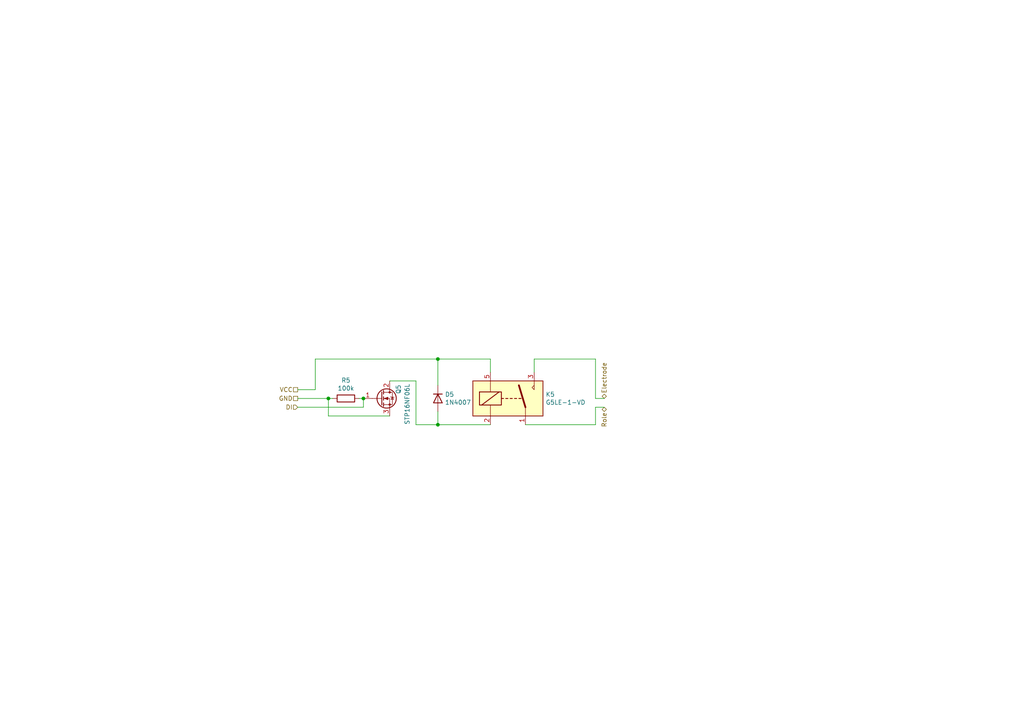
<source format=kicad_sch>
(kicad_sch (version 20211123) (generator eeschema)
  (paper "A4")
  (lib_symbols
    (symbol "Device:R" (pin_numbers hide) (pin_names (offset 0))
      (property "Reference" "R" (at 2.032 0 90))
      (property "Value" "R" (at 0 0 90))
      (symbol "R_0_1"
        (rectangle (start -1.016 -2.54) (end 1.016 2.54) (stroke (width 0.254)))
      )
      (symbol "R_1_1"
        (pin passive line (at 0 3.81 270) (length 1.27) (name "~") (number "1"))
        (pin passive line (at 0 -3.81 90) (length 1.27) (name "~") (number "2"))
      )
    )
    (symbol "Diode:1N4007" (pin_numbers hide) (pin_names (offset 1.016) hide)
      (property "Reference" "D" (at 0 2.54 0))
      (property "Value" "1N4007" (at 0 -2.54 0))
      (symbol "1N4007_0_1"
        (polyline (pts (xy -1.27 1.27) (xy -1.27 -1.27)) (stroke (width 0.254)))
        (polyline (pts (xy 1.27 0) (xy -1.27 0)))
        (polyline (pts (xy 1.27 1.27) (xy 1.27 -1.27) (xy -1.27 0) (xy 1.27 1.27)) (stroke (width 0.254)))
      )
      (symbol "1N4007_1_1"
        (pin passive line (at -3.81 0 0) (length 2.54) (name "K") (number "1"))
        (pin passive line (at 3.81 0 180) (length 2.54) (name "A") (number "2"))
      )
    )
    (symbol "relay_card_single:G5LE-1-VD"
      (property "Reference" "K14" (at 10.922 1.1684 0))
      (property "Value" "G5LE-1-VD" (at 10.922 -1.143 0))
      (symbol "G5LE-1-VD_0_0"
        (polyline (pts (xy 7.62 5.08) (xy 7.62 2.54) (xy 6.985 3.175) (xy 7.62 3.81)))
      )
      (symbol "G5LE-1-VD_0_1"
        (rectangle (start -10.16 5.08) (end 10.16 -5.08) (stroke (width 0.254)) (fill (type background)))
        (rectangle (start -8.255 1.905) (end -1.905 -1.905) (stroke (width 0.254)))
        (polyline (pts (xy -7.62 -1.905) (xy -2.54 1.905)) (stroke (width 0.254)))
        (polyline (pts (xy -5.08 -5.08) (xy -5.08 -1.905)))
        (polyline (pts (xy -5.08 5.08) (xy -5.08 1.905)))
        (polyline (pts (xy -1.905 0) (xy -1.27 0)) (stroke (width 0.254)))
        (polyline (pts (xy -0.635 0) (xy 0 0)) (stroke (width 0.254)))
        (polyline (pts (xy 0.635 0) (xy 1.27 0)) (stroke (width 0.254)))
        (polyline (pts (xy 1.905 0) (xy 2.54 0)) (stroke (width 0.254)))
        (polyline (pts (xy 3.175 0) (xy 3.81 0)) (stroke (width 0.254)))
        (polyline (pts (xy 5.08 -2.54) (xy 3.175 3.81)) (stroke (width 0.508)))
        (polyline (pts (xy 5.08 -2.54) (xy 5.08 -5.08)))
      )
      (symbol "G5LE-1-VD_1_1"
        (pin passive line (at 5.08 -7.62 90) (length 2.54) (name "~") (number "1"))
        (pin passive line (at -5.08 -7.62 90) (length 2.54) (name "~") (number "2"))
        (pin passive line (at 7.62 7.62 270) (length 2.54) (name "~") (number "3"))
        (pin passive line (at -5.08 7.62 270) (length 2.54) (name "~") (number "5"))
      )
    )
    (symbol "relay_card_single:STP16NF06L" (pin_names hide)
      (property "Reference" "Q14" (at 5.08 1.27 90))
      (property "Value" "STP16NF06L" (at 7.62 -7.62 90))
      (symbol "STP16NF06L_0_1"
        (polyline (pts (xy 0.254 0) (xy -2.54 0)))
        (polyline (pts (xy 0.254 1.905) (xy 0.254 -1.905)) (stroke (width 0.254)))
        (polyline (pts (xy 0.762 -1.27) (xy 0.762 -2.286)) (stroke (width 0.254)))
        (polyline (pts (xy 0.762 0.508) (xy 0.762 -0.508)) (stroke (width 0.254)))
        (polyline (pts (xy 0.762 2.286) (xy 0.762 1.27)) (stroke (width 0.254)))
        (polyline (pts (xy 2.54 2.54) (xy 2.54 1.778)))
        (polyline (pts (xy 2.54 -2.54) (xy 2.54 0) (xy 0.762 0)))
        (polyline (pts (xy 0.762 -1.778) (xy 3.302 -1.778) (xy 3.302 1.778) (xy 0.762 1.778)))
        (polyline (pts (xy 1.016 0) (xy 2.032 0.381) (xy 2.032 -0.381) (xy 1.016 0)) (fill (type outline)))
        (polyline (pts (xy 2.794 0.508) (xy 2.921 0.381) (xy 3.683 0.381) (xy 3.81 0.254)))
        (polyline (pts (xy 3.302 0.381) (xy 2.921 -0.254) (xy 3.683 -0.254) (xy 3.302 0.381)))
        (circle (center 1.651 0) (radius 2.794) (stroke (width 0.254)))
        (circle (center 2.54 -1.778) (radius 0.254) (fill (type outline)))
        (circle (center 2.54 1.778) (radius 0.254) (fill (type outline)))
      )
      (symbol "STP16NF06L_1_1"
        (pin input line (at -5.08 0 0) (length 2.54) (name "G") (number "1"))
        (pin passive line (at 2.54 5.08 270) (length 2.54) (name "D") (number "2"))
        (pin passive line (at 2.54 -5.08 90) (length 2.54) (name "S") (number "3"))
      )
    )
  )
  (junction (at 127 123.19))
  (junction (at 127 104.14))
  (junction (at 105.41 115.57))
  (junction (at 95.25 115.57))
  (wire (pts (xy 142.24 104.14) (xy 142.24 107.95)))
  (wire (pts (xy 127 104.14) (xy 91.44 104.14)))
  (wire (pts (xy 127 123.19) (xy 127 119.38)))
  (wire (pts (xy 86.36 118.11) (xy 105.41 118.11)))
  (wire (pts (xy 127 104.14) (xy 142.24 104.14)))
  (wire (pts (xy 172.72 123.19) (xy 152.4 123.19)))
  (wire (pts (xy 120.65 110.49) (xy 120.65 123.19)))
  (wire (pts (xy 154.94 104.14) (xy 172.72 104.14)))
  (wire (pts (xy 86.36 115.57) (xy 95.25 115.57)))
  (wire (pts (xy 154.94 107.95) (xy 154.94 104.14)))
  (wire (pts (xy 172.72 118.11) (xy 175.26 118.11)))
  (wire (pts (xy 91.44 113.03) (xy 86.36 113.03)))
  (wire (pts (xy 95.25 115.57) (xy 96.52 115.57)))
  (wire (pts (xy 113.03 110.49) (xy 120.65 110.49)))
  (wire (pts (xy 172.72 115.57) (xy 175.26 115.57)))
  (wire (pts (xy 172.72 104.14) (xy 172.72 115.57)))
  (wire (pts (xy 91.44 104.14) (xy 91.44 113.03)))
  (wire (pts (xy 172.72 118.11) (xy 172.72 123.19)))
  (wire (pts (xy 113.03 120.65) (xy 95.25 120.65)))
  (wire (pts (xy 95.25 115.57) (xy 95.25 120.65)))
  (wire (pts (xy 105.41 115.57) (xy 105.41 118.11)))
  (wire (pts (xy 127 123.19) (xy 142.24 123.19)))
  (wire (pts (xy 120.65 123.19) (xy 127 123.19)))
  (wire (pts (xy 127 104.14) (xy 127 111.76)))
  (wire (pts (xy 104.14 115.57) (xy 105.41 115.57)))
  (hierarchical_label "Role" (shape bidirectional) (at 175.26 118.11 270))
  (hierarchical_label "DI" (shape input) (at 86.36 118.11 180))
  (hierarchical_label "Electrode" (shape bidirectional) (at 175.26 115.57 90))
  (hierarchical_label "VCC" (shape passive) (at 86.36 113.03 180))
  (hierarchical_label "GND" (shape passive) (at 86.36 115.57 180))
  (symbol (lib_id "Diode:1N4007") (at 127 115.57 270)
    (property "Reference" "D5" (at 129.032 114.4016 90) (effects (justify left)))
    (property "Value" "1N4007" (at 129.032 116.713 90) (effects (justify left)))
    (property "Footprint" "Diode_THT:D_DO-41_SOD81_P10.16mm_Horizontal" (effects hide))
    (property "Datasheet" "http://www.vishay.com/docs/88503/1n4001.pdf" (effects hide))
  )
  (symbol (lib_id "relay_card_single:G5LE-1-VD") (at 147.32 115.57 0)
    (property "Reference" "K5" (at 158.242 114.4016 0) (effects (justify left)))
    (property "Value" "G5LE-1-VD" (at 158.242 116.713 0) (effects (justify left)))
    (property "Footprint" "KIGFA:Relay_SPDT_Omron-G5LE-1-VD" (effects hide))
    (property "Datasheet" "http://www.omron.com/ecb/products/pdf/en-g5le.pdf" (effects hide))
    (property "ref.Farnell" "2076257" (effects hide))
  )
  (symbol (lib_id "relay_card_single:STP16NF06L") (at 110.49 115.57 0)
    (property "Reference" "Q5" (at 115.57 114.3 90) (effects (justify left)))
    (property "Value" "STP16NF06L" (at 118.11 123.19 90) (effects (justify left)))
    (property "Footprint" "Package_TO_SOT_THT:TO-220-3_Vertical" (effects hide))
    (property "Datasheet" "https://media.digikey.com/pdf/Data%20Sheets/Fairchild%20PDFs/BUZ11.pdf" (effects hide))
  )
  (symbol (lib_id "Device:R") (at 100.33 115.57 270)
    (property "Reference" "R5" (at 100.33 110.3122 90))
    (property "Value" "100k" (at 100.33 112.6236 90))
    (property "Footprint" "Resistor_THT:R_Axial_DIN0207_L6.3mm_D2.5mm_P15.24mm_Horizontal" (effects hide))
  )
)
</source>
